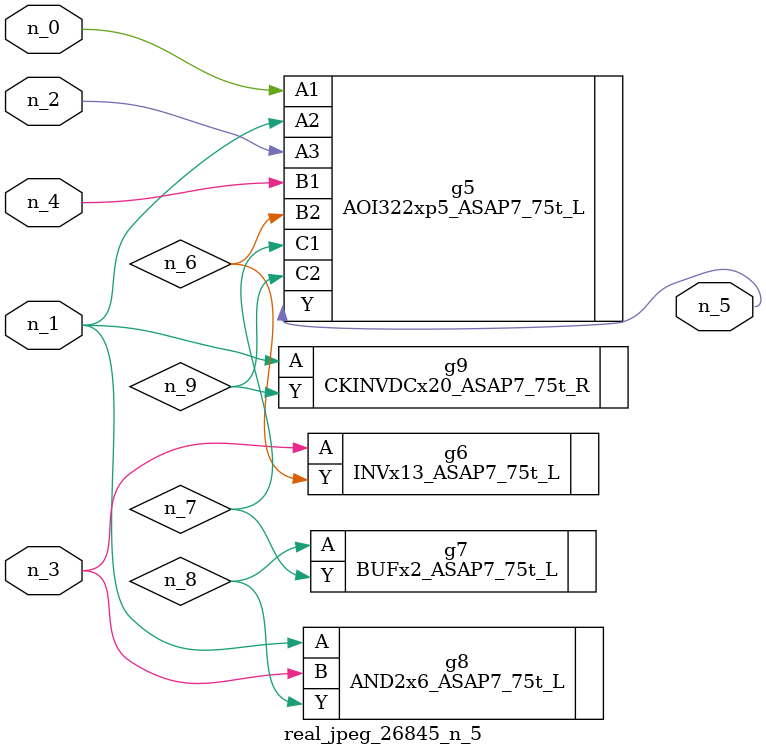
<source format=v>
module real_jpeg_26845_n_5 (n_4, n_0, n_1, n_2, n_3, n_5);

input n_4;
input n_0;
input n_1;
input n_2;
input n_3;

output n_5;

wire n_8;
wire n_6;
wire n_7;
wire n_9;

AOI322xp5_ASAP7_75t_L g5 ( 
.A1(n_0),
.A2(n_1),
.A3(n_2),
.B1(n_4),
.B2(n_6),
.C1(n_7),
.C2(n_9),
.Y(n_5)
);

AND2x6_ASAP7_75t_L g8 ( 
.A(n_1),
.B(n_3),
.Y(n_8)
);

CKINVDCx20_ASAP7_75t_R g9 ( 
.A(n_1),
.Y(n_9)
);

INVx13_ASAP7_75t_L g6 ( 
.A(n_3),
.Y(n_6)
);

BUFx2_ASAP7_75t_L g7 ( 
.A(n_8),
.Y(n_7)
);


endmodule
</source>
